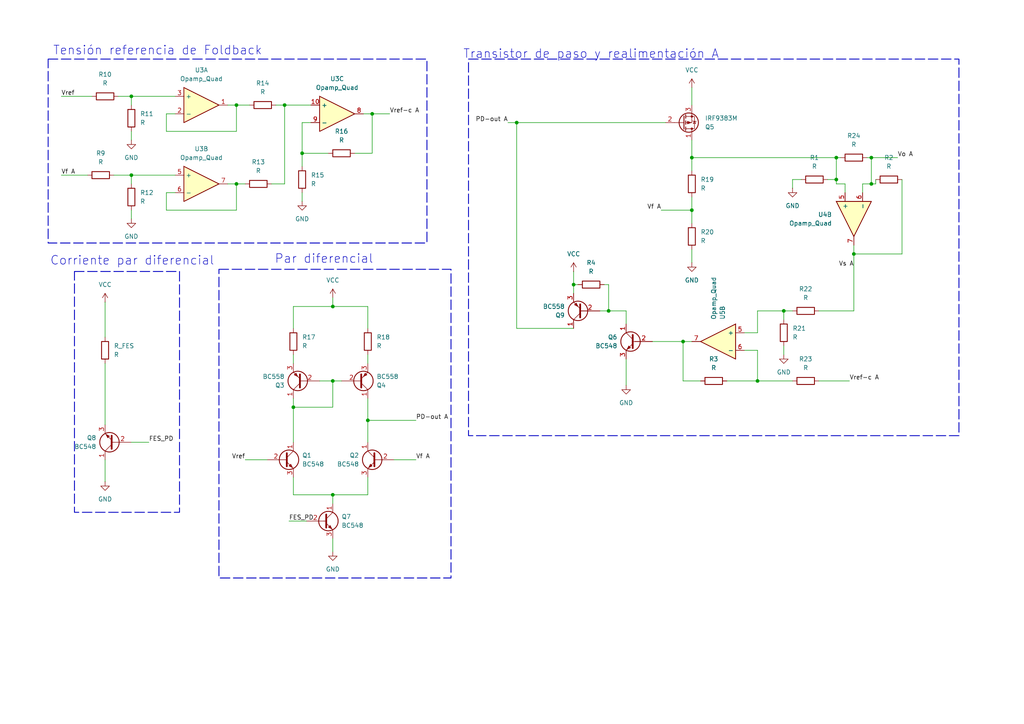
<source format=kicad_sch>
(kicad_sch (version 20231120) (generator "eeschema") (generator_version "8.0")
  (paper "A4")
  (lib_symbols
    (symbol "Device:Opamp_Quad"
      (property "Reference" "U" (at 0 5.08 0))
      (property "Value" "Opamp_Quad" (at 0 -5.08 0))
      (symbol "Opamp_Quad_1_1"
        (polyline (pts (xy -5.08 5.08) (xy 5.08 0) (xy -5.08 -5.08) (xy -5.08 5.08)) (stroke (width 0.254)) (fill (type background)))
        (pin output line (at 7.62 0 180) (length 2.54) (name "~") (number "1"))
        (pin input line (at -7.62 -2.54 0) (length 2.54) (name "-") (number "2"))
        (pin input line (at -7.62 2.54 0) (length 2.54) (name "+") (number "3"))
      )
      (symbol "Opamp_Quad_2_1"
        (polyline (pts (xy -5.08 5.08) (xy 5.08 0) (xy -5.08 -5.08) (xy -5.08 5.08)) (stroke (width 0.254)) (fill (type background)))
        (pin input line (at -7.62 2.54 0) (length 2.54) (name "+") (number "5"))
        (pin input line (at -7.62 -2.54 0) (length 2.54) (name "-") (number "6"))
        (pin output line (at 7.62 0 180) (length 2.54) (name "~") (number "7"))
      )
      (symbol "Opamp_Quad_3_1"
        (polyline (pts (xy -5.08 5.08) (xy 5.08 0) (xy -5.08 -5.08) (xy -5.08 5.08)) (stroke (width 0.254)) (fill (type background)))
        (pin input line (at -7.62 2.54 0) (length 2.54) (name "+") (number "10"))
        (pin output line (at 7.62 0 180) (length 2.54) (name "~") (number "8"))
        (pin input line (at -7.62 -2.54 0) (length 2.54) (name "-") (number "9"))
      )
      (symbol "Opamp_Quad_4_1"
        (polyline (pts (xy -5.08 5.08) (xy 5.08 0) (xy -5.08 -5.08) (xy -5.08 5.08)) (stroke (width 0.254)) (fill (type background)))
        (pin input line (at -7.62 2.54 0) (length 2.54) (name "+") (number "12"))
        (pin input line (at -7.62 -2.54 0) (length 2.54) (name "-") (number "13"))
        (pin output line (at 7.62 0 180) (length 2.54) (name "~") (number "14"))
      )
      (symbol "Opamp_Quad_5_1"
        (pin power_in line (at -2.54 -7.62 90) (length 3.81) (name "V-") (number "11"))
        (pin power_in line (at -2.54 7.62 270) (length 3.81) (name "V+") (number "4"))
      )
    )
    (symbol "Device:R" (pin_numbers hide) (pin_names (offset 0))
      (property "Reference" "R" (at 2.032 0 90))
      (property "Value" "R" (at 0 0 90))
      (symbol "R_0_1"
        (rectangle (start -1.016 -2.54) (end 1.016 2.54) (stroke (width 0.254)))
      )
      (symbol "R_1_1"
        (pin passive line (at 0 3.81 270) (length 1.27) (name "~") (number "1"))
        (pin passive line (at 0 -3.81 90) (length 1.27) (name "~") (number "2"))
      )
    )
    (symbol "Transistor_BJT:BC548" (pin_names (offset 0) hide)
      (property "Reference" "Q" (at 5.08 1.905 0))
      (property "Value" "BC548" (at 5.08 0 0))
      (symbol "BC548_0_1"
        (polyline (pts (xy 0 0) (xy 0.635 0)))
        (polyline (pts (xy 0.635 0.635) (xy 2.54 2.54)))
        (polyline (pts (xy 0.635 -0.635) (xy 2.54 -2.54) (xy 2.54 -2.54)))
        (polyline (pts (xy 0.635 1.905) (xy 0.635 -1.905) (xy 0.635 -1.905)) (stroke (width 0.508)))
        (polyline (pts (xy 1.27 -1.778) (xy 1.778 -1.27) (xy 2.286 -2.286) (xy 1.27 -1.778) (xy 1.27 -1.778)) (fill (type outline)))
        (circle (center 1.27 0) (radius 2.8194) (stroke (width 0.254)))
      )
      (symbol "BC548_1_1"
        (pin passive line (at 2.54 5.08 270) (length 2.54) (name "C") (number "1"))
        (pin input line (at -5.08 0 0) (length 5.08) (name "B") (number "2"))
        (pin passive line (at 2.54 -5.08 90) (length 2.54) (name "E") (number "3"))
      )
    )
    (symbol "Transistor_BJT:BC558" (pin_names (offset 0) hide)
      (property "Reference" "Q" (at 5.08 1.905 0))
      (property "Value" "BC558" (at 5.08 0 0))
      (symbol "BC558_0_1"
        (polyline (pts (xy 0.635 0.635) (xy 2.54 2.54)))
        (polyline (pts (xy 0.635 -0.635) (xy 2.54 -2.54) (xy 2.54 -2.54)))
        (polyline (pts (xy 0.635 1.905) (xy 0.635 -1.905) (xy 0.635 -1.905)) (stroke (width 0.508)))
        (polyline (pts (xy 2.286 -1.778) (xy 1.778 -2.286) (xy 1.27 -1.27) (xy 2.286 -1.778) (xy 2.286 -1.778)) (fill (type outline)))
        (circle (center 1.27 0) (radius 2.8194) (stroke (width 0.254)))
      )
      (symbol "BC558_1_1"
        (pin passive line (at 2.54 5.08 270) (length 2.54) (name "C") (number "1"))
        (pin input line (at -5.08 0 0) (length 5.715) (name "B") (number "2"))
        (pin passive line (at 2.54 -5.08 90) (length 2.54) (name "E") (number "3"))
      )
    )
    (symbol "Transistor_FET:IRF9383M" (pin_names hide)
      (property "Reference" "Q" (at 5.08 1.905 0))
      (property "Value" "IRF9383M" (at 5.08 0 0))
      (symbol "IRF9383M_0_1"
        (polyline (pts (xy 0.254 0) (xy -2.54 0)))
        (polyline (pts (xy 0.254 1.905) (xy 0.254 -1.905)) (stroke (width 0.254)))
        (polyline (pts (xy 0.762 -1.27) (xy 0.762 -2.286)) (stroke (width 0.254)))
        (polyline (pts (xy 0.762 0.508) (xy 0.762 -0.508)) (stroke (width 0.254)))
        (polyline (pts (xy 0.762 2.286) (xy 0.762 1.27)) (stroke (width 0.254)))
        (polyline (pts (xy 2.54 2.54) (xy 2.54 1.778)))
        (polyline (pts (xy 2.54 -2.54) (xy 2.54 0) (xy 0.762 0)))
        (polyline (pts (xy 0.762 1.778) (xy 3.302 1.778) (xy 3.302 -1.778) (xy 0.762 -1.778)))
        (polyline (pts (xy 2.286 0) (xy 1.27 0.381) (xy 1.27 -0.381) (xy 2.286 0)) (fill (type outline)))
        (polyline (pts (xy 2.794 -0.508) (xy 2.921 -0.381) (xy 3.683 -0.381) (xy 3.81 -0.254)))
        (polyline (pts (xy 3.302 -0.381) (xy 2.921 0.254) (xy 3.683 0.254) (xy 3.302 -0.381)))
        (circle (center 1.651 0) (radius 2.794) (stroke (width 0.254)))
        (circle (center 2.54 -1.778) (radius 0.254) (fill (type outline)))
        (circle (center 2.54 1.778) (radius 0.254) (fill (type outline)))
      )
      (symbol "IRF9383M_1_1"
        (pin passive line (at 2.54 5.08 270) (length 2.54) (name "D") (number "1"))
        (pin input line (at -5.08 0 0) (length 2.54) (name "G") (number "2"))
        (pin passive line (at 2.54 -5.08 90) (length 2.54) (name "S") (number "3"))
      )
    )
    (symbol "power:GND" (power) (pin_numbers hide) (pin_names (offset 0) hide)
      (property "Value" "GND" (at 0 -3.81 0))
      (symbol "GND_0_1"
        (polyline (pts (xy 0 0) (xy 0 -1.27) (xy 1.27 -1.27) (xy 0 -2.54) (xy -1.27 -1.27) (xy 0 -1.27)))
      )
      (symbol "GND_1_1"
        (pin power_in line (at 0 0 270) (length 0) (name "~") (number "1"))
      )
    )
    (symbol "power:VCC" (power) (pin_numbers hide) (pin_names (offset 0) hide)
      (property "Value" "VCC" (at 0 3.556 0))
      (symbol "VCC_0_1"
        (polyline (pts (xy -0.762 1.27) (xy 0 2.54)))
        (polyline (pts (xy 0 0) (xy 0 2.54)))
        (polyline (pts (xy 0 2.54) (xy 0.762 1.27)))
      )
      (symbol "VCC_1_1"
        (pin power_in line (at 0 0 90) (length 0) (name "~") (number "1"))
      )
    )
  )
  (junction (at 149.86 35.56))
  (junction (at 85.09 118.11))
  (junction (at 96.52 88.9))
  (junction (at 82.55 30.48))
  (junction (at 200.66 45.72))
  (junction (at 198.12 99.06))
  (junction (at 166.37 82.55))
  (junction (at 176.53 90.17))
  (junction (at 68.58 30.48))
  (junction (at 107.95 33.02))
  (junction (at 106.68 121.92))
  (junction (at 252.73 45.72))
  (junction (at 68.58 53.34))
  (junction (at 252.73 53.34))
  (junction (at 96.52 110.49))
  (junction (at 87.63 44.45))
  (junction (at 242.57 45.72))
  (junction (at 242.57 52.07))
  (junction (at 38.1 27.94))
  (junction (at 200.66 60.96))
  (junction (at 219.71 110.49))
  (junction (at 227.33 90.17))
  (junction (at 247.65 73.66))
  (junction (at 96.52 143.51))
  (junction (at 38.1 50.8))
  (wire (pts (xy 247.65 71.12) (xy 247.65 73.66)))
  (wire (pts (xy 48.26 33.02) (xy 48.26 38.1)))
  (wire (pts (xy 102.87 44.45) (xy 107.95 44.45)))
  (wire (pts (xy 227.33 90.17) (xy 229.87 90.17)))
  (wire (pts (xy 48.26 38.1) (xy 68.58 38.1)))
  (wire (pts (xy 107.95 33.02) (xy 105.41 33.02)))
  (wire (pts (xy 85.09 118.11) (xy 85.09 128.27)))
  (wire (pts (xy 149.86 35.56) (xy 149.86 95.25)))
  (wire (pts (xy 166.37 78.74) (xy 166.37 82.55)))
  (wire (pts (xy 107.95 44.45) (xy 107.95 33.02)))
  (wire (pts (xy 200.66 60.96) (xy 200.66 64.77)))
  (wire (pts (xy 85.09 143.51) (xy 96.52 143.51)))
  (wire (pts (xy 96.52 86.36) (xy 96.52 88.9)))
  (wire (pts (xy 38.1 38.1) (xy 38.1 40.64)))
  (wire (pts (xy 240.03 52.07) (xy 242.57 52.07)))
  (wire (pts (xy 68.58 53.34) (xy 71.12 53.34)))
  (wire (pts (xy 71.12 133.35) (xy 77.47 133.35)))
  (wire (pts (xy 96.52 110.49) (xy 99.06 110.49)))
  (wire (pts (xy 176.53 90.17) (xy 181.61 90.17)))
  (wire (pts (xy 82.55 53.34) (xy 82.55 30.48)))
  (wire (pts (xy 181.61 93.98) (xy 181.61 90.17)))
  (wire (pts (xy 48.26 55.88) (xy 48.26 60.96)))
  (wire (pts (xy 30.48 105.41) (xy 30.48 123.19)))
  (wire (pts (xy 85.09 115.57) (xy 85.09 118.11)))
  (wire (pts (xy 219.71 110.49) (xy 219.71 101.6)))
  (wire (pts (xy 87.63 44.45) (xy 95.25 44.45)))
  (wire (pts (xy 78.74 53.34) (xy 82.55 53.34)))
  (wire (pts (xy 83.82 151.13) (xy 88.9 151.13)))
  (wire (pts (xy 85.09 88.9) (xy 85.09 95.25)))
  (wire (pts (xy 229.87 110.49) (xy 219.71 110.49)))
  (wire (pts (xy 147.32 35.56) (xy 149.86 35.56)))
  (wire (pts (xy 17.78 50.8) (xy 25.4 50.8)))
  (wire (pts (xy 87.63 35.56) (xy 87.63 44.45)))
  (wire (pts (xy 176.53 82.55) (xy 175.26 82.55)))
  (wire (pts (xy 189.23 99.06) (xy 198.12 99.06)))
  (wire (pts (xy 106.68 88.9) (xy 106.68 95.25)))
  (wire (pts (xy 229.87 54.61) (xy 229.87 52.07)))
  (wire (pts (xy 227.33 90.17) (xy 219.71 90.17)))
  (wire (pts (xy 149.86 35.56) (xy 193.04 35.56)))
  (wire (pts (xy 96.52 143.51) (xy 106.68 143.51)))
  (wire (pts (xy 38.1 53.34) (xy 38.1 50.8)))
  (wire (pts (xy 251.46 45.72) (xy 252.73 45.72)))
  (wire (pts (xy 252.73 53.34) (xy 254 53.34)))
  (wire (pts (xy 106.68 102.87) (xy 106.68 105.41)))
  (wire (pts (xy 87.63 35.56) (xy 90.17 35.56)))
  (wire (pts (xy 106.68 143.51) (xy 106.68 138.43)))
  (wire (pts (xy 229.87 52.07) (xy 232.41 52.07)))
  (wire (pts (xy 66.04 53.34) (xy 68.58 53.34)))
  (wire (pts (xy 166.37 95.25) (xy 149.86 95.25)))
  (wire (pts (xy 252.73 53.34) (xy 250.19 53.34)))
  (wire (pts (xy 219.71 90.17) (xy 219.71 96.52)))
  (wire (pts (xy 106.68 121.92) (xy 106.68 128.27)))
  (wire (pts (xy 261.62 73.66) (xy 247.65 73.66)))
  (wire (pts (xy 252.73 45.72) (xy 252.73 53.34)))
  (wire (pts (xy 90.17 30.48) (xy 82.55 30.48)))
  (wire (pts (xy 200.66 45.72) (xy 242.57 45.72)))
  (wire (pts (xy 245.11 55.88) (xy 245.11 53.34)))
  (wire (pts (xy 227.33 100.33) (xy 227.33 102.87)))
  (wire (pts (xy 68.58 60.96) (xy 68.58 53.34)))
  (wire (pts (xy 96.52 143.51) (xy 96.52 146.05)))
  (wire (pts (xy 203.2 110.49) (xy 198.12 110.49)))
  (wire (pts (xy 237.49 90.17) (xy 247.65 90.17)))
  (wire (pts (xy 198.12 110.49) (xy 198.12 99.06)))
  (wire (pts (xy 176.53 90.17) (xy 176.53 82.55)))
  (wire (pts (xy 198.12 99.06) (xy 200.66 99.06)))
  (wire (pts (xy 96.52 118.11) (xy 85.09 118.11)))
  (wire (pts (xy 200.66 57.15) (xy 200.66 60.96)))
  (wire (pts (xy 200.66 25.4) (xy 200.66 30.48)))
  (wire (pts (xy 245.11 53.34) (xy 242.57 53.34)))
  (wire (pts (xy 107.95 33.02) (xy 113.03 33.02)))
  (wire (pts (xy 166.37 82.55) (xy 167.64 82.55)))
  (wire (pts (xy 227.33 92.71) (xy 227.33 90.17)))
  (wire (pts (xy 85.09 138.43) (xy 85.09 143.51)))
  (wire (pts (xy 48.26 60.96) (xy 68.58 60.96)))
  (wire (pts (xy 87.63 55.88) (xy 87.63 58.42)))
  (wire (pts (xy 50.8 55.88) (xy 48.26 55.88)))
  (wire (pts (xy 215.9 96.52) (xy 219.71 96.52)))
  (wire (pts (xy 242.57 52.07) (xy 242.57 45.72)))
  (wire (pts (xy 17.78 27.94) (xy 26.67 27.94)))
  (wire (pts (xy 219.71 101.6) (xy 215.9 101.6)))
  (wire (pts (xy 242.57 45.72) (xy 243.84 45.72)))
  (wire (pts (xy 106.68 121.92) (xy 120.65 121.92)))
  (wire (pts (xy 96.52 88.9) (xy 85.09 88.9)))
  (wire (pts (xy 33.02 50.8) (xy 38.1 50.8)))
  (wire (pts (xy 200.66 72.39) (xy 200.66 76.2)))
  (wire (pts (xy 200.66 45.72) (xy 200.66 49.53)))
  (wire (pts (xy 87.63 44.45) (xy 87.63 48.26)))
  (wire (pts (xy 38.1 27.94) (xy 50.8 27.94)))
  (wire (pts (xy 80.01 30.48) (xy 82.55 30.48)))
  (wire (pts (xy 200.66 40.64) (xy 200.66 45.72)))
  (wire (pts (xy 166.37 82.55) (xy 166.37 85.09)))
  (wire (pts (xy 38.1 128.27) (xy 43.18 128.27)))
  (wire (pts (xy 173.99 90.17) (xy 176.53 90.17)))
  (wire (pts (xy 68.58 38.1) (xy 68.58 30.48)))
  (wire (pts (xy 252.73 45.72) (xy 260.35 45.72)))
  (wire (pts (xy 34.29 27.94) (xy 38.1 27.94)))
  (wire (pts (xy 250.19 53.34) (xy 250.19 55.88)))
  (wire (pts (xy 181.61 104.14) (xy 181.61 111.76)))
  (wire (pts (xy 242.57 53.34) (xy 242.57 52.07)))
  (wire (pts (xy 85.09 102.87) (xy 85.09 105.41)))
  (wire (pts (xy 106.68 115.57) (xy 106.68 121.92)))
  (wire (pts (xy 66.04 30.48) (xy 68.58 30.48)))
  (wire (pts (xy 210.82 110.49) (xy 219.71 110.49)))
  (wire (pts (xy 261.62 52.07) (xy 261.62 73.66)))
  (wire (pts (xy 191.77 60.96) (xy 200.66 60.96)))
  (wire (pts (xy 68.58 30.48) (xy 72.39 30.48)))
  (wire (pts (xy 96.52 110.49) (xy 96.52 118.11)))
  (wire (pts (xy 254 53.34) (xy 254 52.07)))
  (wire (pts (xy 30.48 87.63) (xy 30.48 97.79)))
  (wire (pts (xy 120.65 133.35) (xy 114.3 133.35)))
  (wire (pts (xy 96.52 88.9) (xy 106.68 88.9)))
  (wire (pts (xy 96.52 156.21) (xy 96.52 160.02)))
  (wire (pts (xy 237.49 110.49) (xy 246.38 110.49)))
  (wire (pts (xy 38.1 30.48) (xy 38.1 27.94)))
  (wire (pts (xy 38.1 50.8) (xy 50.8 50.8)))
  (wire (pts (xy 92.71 110.49) (xy 96.52 110.49)))
  (wire (pts (xy 38.1 60.96) (xy 38.1 63.5)))
  (wire (pts (xy 247.65 73.66) (xy 247.65 90.17)))
  (wire (pts (xy 50.8 33.02) (xy 48.26 33.02)))
  (wire (pts (xy 30.48 133.35) (xy 30.48 139.7)))
  (rectangle (start 135.89 17.145) (end 278.13 126.365) (stroke (width 0.254) (type dash)))
  (rectangle (start 21.59 78.74) (end 52.07 148.59) (stroke (width 0.254) (type dash)))
  (rectangle (start 63.5 78.105) (end 130.81 167.64) (stroke (width 0.254) (type dash)))
  (rectangle (start 13.97 17.145) (end 123.825 70.485) (stroke (width 0.254) (type dash)))
  (text "Par diferencial" (at 93.98 75.184 0) (effects (font (size 2.54 2.54))))
  (text "Transistor de paso y realimentación A" (at 171.45 15.748 0) (effects (font (size 2.54 2.54))))
  (text "Corriente par diferencial" (at 38.354 75.692 0) (effects (font (size 2.54 2.54))))
  (text "Tensión referencia de Foldback" (at 45.72 14.732 0) (effects (font (size 2.54 2.54))))
  (label "FES_PD" (at 43.18 128.27 0))
  (label "Vref" (at 71.12 133.35 180))
  (label "Vf A" (at 120.65 133.35 0))
  (label "FES_PD" (at 83.82 151.13 0))
  (label "Vref-c A" (at 113.03 33.02 0))
  (label "Vs A" (at 247.65 77.47 180))
  (label "Vo A" (at 260.35 45.72 0))
  (label "Vref" (at 17.78 27.94 0))
  (label "PD-out A" (at 120.65 121.92 0))
  (label "PD-out A" (at 147.32 35.56 180))
  (label "Vf A" (at 17.78 50.8 0))
  (label "Vf A" (at 191.77 60.96 180))
  (label "Vref-c A" (at 246.38 110.49 0))
  (symbol (lib_id "Device:R") (at 29.21 50.8 90) (unit 1)
    (property "Reference" "R9" (at 29.21 44.45 90))
    (property "Value" "R" (at 29.21 46.99 90))
    (property "Description" "Resistor" (effects (hide yes)))
  )
  (symbol (lib_id "power:VCC") (at 200.66 25.4 0) (unit 1)
    (property "Reference" "#PWR09" (effects (hide yes)))
    (property "Value" "VCC" (at 200.66 20.32 0))
    (property "Description" "Power symbol creates a global label with name \"VCC\"" (effects (hide yes)))
  )
  (symbol (lib_id "Transistor_BJT:BC548") (at 82.55 133.35 0) (unit 1)
    (property "Reference" "Q1" (at 87.63 132.0799 0) (effects (justify left)))
    (property "Value" "BC548" (at 87.63 134.6199 0) (effects (justify left)))
    (property "Footprint" "Package_TO_SOT_THT:TO-92_Inline" (effects (hide yes)))
    (property "Datasheet" "https://www.onsemi.com/pub/Collateral/BC550-D.pdf" (effects (hide yes)))
    (property "Description" "0.1A Ic, 30V Vce, Small Signal NPN Transistor, TO-92" (effects (hide yes)))
  )
  (symbol (lib_id "Device:Opamp_Quad") (at 58.42 53.34 0) (unit 2)
    (property "Reference" "U3" (at 58.42 43.18 0))
    (property "Value" "Opamp_Quad" (at 58.42 45.72 0))
    (property "Description" "Quad operational amplifier" (effects (hide yes)))
    (property "Sim.Library" "${KICAD7_SYMBOL_DIR}/Simulation_SPICE.sp" (effects (hide yes)))
    (property "Sim.Name" "kicad_builtin_opamp_quad" (effects (hide yes)))
    (property "Sim.Device" "SUBCKT" (effects (hide yes)))
    (property "Sim.Pins" "1=out1 2=in1- 3=in1+ 4=vcc 5=in2+ 6=in2- 7=out2 8=out3 9=in3- 10=in3+ 11=vee 12=in4+ 13=in4- 14=out4" (effects (hide yes)))
  )
  (symbol (lib_id "Device:R") (at 76.2 30.48 90) (unit 1)
    (property "Reference" "R14" (at 76.2 24.13 90))
    (property "Value" "R" (at 76.2 26.67 90))
    (property "Description" "Resistor" (effects (hide yes)))
  )
  (symbol (lib_id "power:GND") (at 87.63 58.42 0) (unit 1)
    (property "Reference" "#PWR06" (effects (hide yes)))
    (property "Value" "GND" (at 87.63 63.5 0))
    (property "Description" "Power symbol creates a global label with name \"GND\" , ground" (effects (hide yes)))
  )
  (symbol (lib_id "power:GND") (at 30.48 139.7 0) (unit 1)
    (property "Reference" "#PWR02" (effects (hide yes)))
    (property "Value" "GND" (at 30.48 144.78 0))
    (property "Description" "Power symbol creates a global label with name \"GND\" , ground" (effects (hide yes)))
  )
  (symbol (lib_id "power:GND") (at 229.87 54.61 0) (unit 1)
    (property "Reference" "#PWR03" (effects (hide yes)))
    (property "Value" "GND" (at 229.87 59.69 0))
    (property "Description" "Power symbol creates a global label with name \"GND\" , ground" (effects (hide yes)))
  )
  (symbol (lib_id "Transistor_BJT:BC548") (at 93.98 151.13 0) (unit 1)
    (property "Reference" "Q7" (at 99.06 149.8599 0) (effects (justify left)))
    (property "Value" "BC548" (at 99.06 152.3999 0) (effects (justify left)))
    (property "Footprint" "Package_TO_SOT_THT:TO-92_Inline" (effects (hide yes)))
    (property "Datasheet" "https://www.onsemi.com/pub/Collateral/BC550-D.pdf" (effects (hide yes)))
    (property "Description" "0.1A Ic, 30V Vce, Small Signal NPN Transistor, TO-92" (effects (hide yes)))
  )
  (symbol (lib_id "Device:R") (at 106.68 99.06 180) (unit 1)
    (property "Reference" "R18" (at 109.22 97.7899 0) (effects (justify right)))
    (property "Value" "R" (at 109.22 100.3299 0) (effects (justify right)))
    (property "Description" "Resistor" (effects (hide yes)))
  )
  (symbol (lib_id "Transistor_BJT:BC548") (at 109.22 133.35 0) (mirror y) (unit 1)
    (property "Reference" "Q2" (at 104.14 132.0799 0) (effects (justify left)))
    (property "Value" "BC548" (at 104.14 134.6199 0) (effects (justify left)))
    (property "Footprint" "Package_TO_SOT_THT:TO-92_Inline" (effects (hide yes)))
    (property "Datasheet" "https://www.onsemi.com/pub/Collateral/BC550-D.pdf" (effects (hide yes)))
    (property "Description" "0.1A Ic, 30V Vce, Small Signal NPN Transistor, TO-92" (effects (hide yes)))
  )
  (symbol (lib_id "power:GND") (at 38.1 40.64 0) (unit 1)
    (property "Reference" "#PWR04" (effects (hide yes)))
    (property "Value" "GND" (at 38.1 45.72 0))
    (property "Description" "Power symbol creates a global label with name \"GND\" , ground" (effects (hide yes)))
  )
  (symbol (lib_id "Device:R") (at 85.09 99.06 180) (unit 1)
    (property "Reference" "R17" (at 87.63 97.7899 0) (effects (justify right)))
    (property "Value" "R" (at 87.63 100.3299 0) (effects (justify right)))
    (property "Description" "Resistor" (effects (hide yes)))
  )
  (symbol (lib_id "power:GND") (at 181.61 111.76 0) (unit 1)
    (property "Reference" "#PWR012" (effects (hide yes)))
    (property "Value" "GND" (at 181.61 116.84 0))
    (property "Description" "Power symbol creates a global label with name \"GND\" , ground" (effects (hide yes)))
  )
  (symbol (lib_id "power:GND") (at 38.1 63.5 0) (unit 1)
    (property "Reference" "#PWR05" (effects (hide yes)))
    (property "Value" "GND" (at 38.1 68.58 0))
    (property "Description" "Power symbol creates a global label with name \"GND\" , ground" (effects (hide yes)))
  )
  (symbol (lib_id "Device:R") (at 247.65 45.72 270) (unit 1)
    (property "Reference" "R24" (at 247.65 39.37 90))
    (property "Value" "R" (at 247.65 41.91 90))
    (property "Description" "Resistor" (effects (hide yes)))
  )
  (symbol (lib_id "power:VCC") (at 30.48 87.63 0) (unit 1)
    (property "Reference" "#PWR01" (effects (hide yes)))
    (property "Value" "VCC" (at 30.48 82.55 0))
    (property "Description" "Power symbol creates a global label with name \"VCC\"" (effects (hide yes)))
  )
  (symbol (lib_id "Device:R") (at 200.66 68.58 180) (unit 1)
    (property "Reference" "R20" (at 203.2 67.3099 0) (effects (justify right)))
    (property "Value" "R" (at 203.2 69.8499 0) (effects (justify right)))
    (property "Description" "Resistor" (effects (hide yes)))
  )
  (symbol (lib_id "Transistor_FET:IRF9383M") (at 198.12 35.56 0) (mirror x) (unit 1)
    (property "Reference" "Q5" (at 204.47 36.8301 0) (effects (justify left)))
    (property "Value" "IRF9383M" (at 204.47 34.2901 0) (effects (justify left)))
    (property "Footprint" "Package_DirectFET:DirectFET_MX" (effects (hide yes)))
    (property "Datasheet" "https://www.infineon.com/dgdl/irf9383mpbf.pdf?fileId=5546d462533600a40153561169a11dab" (effects (hide yes)))
    (property "Description" "-22A Id, -30V Vds, 2.9mOhm Rds, P-Channel MOSFET, DirectFET MX" (effects (hide yes)))
  )
  (symbol (lib_id "Transistor_BJT:BC558") (at 87.63 110.49 180) (unit 1)
    (property "Reference" "Q3" (at 82.55 111.7601 0) (effects (justify left)))
    (property "Value" "BC558" (at 82.55 109.2201 0) (effects (justify left)))
    (property "Footprint" "Package_TO_SOT_THT:TO-92_Inline" (effects (hide yes)))
    (property "Datasheet" "https://www.onsemi.com/pub/Collateral/BC556BTA-D.pdf" (effects (hide yes)))
    (property "Description" "0.1A Ic, 30V Vce, PNP Small Signal Transistor, TO-92" (effects (hide yes)))
  )
  (symbol (lib_id "Transistor_BJT:BC558") (at 104.14 110.49 0) (mirror x) (unit 1)
    (property "Reference" "Q4" (at 109.22 111.7601 0) (effects (justify left)))
    (property "Value" "BC558" (at 109.22 109.2201 0) (effects (justify left)))
    (property "Footprint" "Package_TO_SOT_THT:TO-92_Inline" (effects (hide yes)))
    (property "Datasheet" "https://www.onsemi.com/pub/Collateral/BC556BTA-D.pdf" (effects (hide yes)))
    (property "Description" "0.1A Ic, 30V Vce, PNP Small Signal Transistor, TO-92" (effects (hide yes)))
  )
  (symbol (lib_id "Transistor_BJT:BC548") (at 184.15 99.06 0) (mirror y) (unit 1)
    (property "Reference" "Q6" (at 179.07 97.7899 0) (effects (justify left)))
    (property "Value" "BC548" (at 179.07 100.3299 0) (effects (justify left)))
    (property "Footprint" "Package_TO_SOT_THT:TO-92_Inline" (effects (hide yes)))
    (property "Datasheet" "https://www.onsemi.com/pub/Collateral/BC550-D.pdf" (effects (hide yes)))
    (property "Description" "0.1A Ic, 30V Vce, Small Signal NPN Transistor, TO-92" (effects (hide yes)))
  )
  (symbol (lib_id "Device:R") (at 171.45 82.55 270) (unit 1)
    (property "Reference" "R4" (at 171.45 76.2 90))
    (property "Value" "R" (at 171.45 78.74 90))
    (property "Description" "Resistor" (effects (hide yes)))
  )
  (symbol (lib_id "power:VCC") (at 166.37 78.74 0) (unit 1)
    (property "Reference" "#PWR013" (effects (hide yes)))
    (property "Value" "VCC" (at 166.37 73.66 0))
    (property "Description" "Power symbol creates a global label with name \"VCC\"" (effects (hide yes)))
  )
  (symbol (lib_id "Device:Opamp_Quad") (at 58.42 30.48 0) (unit 1)
    (property "Reference" "U3" (at 58.42 20.32 0))
    (property "Value" "Opamp_Quad" (at 58.42 22.86 0))
    (property "Description" "Quad operational amplifier" (effects (hide yes)))
    (property "Sim.Library" "${KICAD7_SYMBOL_DIR}/Simulation_SPICE.sp" (effects (hide yes)))
    (property "Sim.Name" "kicad_builtin_opamp_quad" (effects (hide yes)))
    (property "Sim.Device" "SUBCKT" (effects (hide yes)))
    (property "Sim.Pins" "1=out1 2=in1- 3=in1+ 4=vcc 5=in2+ 6=in2- 7=out2 8=out3 9=in3- 10=in3+ 11=vee 12=in4+ 13=in4- 14=out4" (effects (hide yes)))
  )
  (symbol (lib_id "Device:R") (at 30.48 101.6 180) (unit 1)
    (property "Reference" "R_FES" (at 33.02 100.3299 0) (effects (justify right)))
    (property "Value" "R" (at 33.02 102.8699 0) (effects (justify right)))
    (property "Description" "Resistor" (effects (hide yes)))
  )
  (symbol (lib_id "Device:R") (at 87.63 52.07 180) (unit 1)
    (property "Reference" "R15" (at 90.17 50.7999 0) (effects (justify right)))
    (property "Value" "R" (at 90.17 53.3399 0) (effects (justify right)))
    (property "Description" "Resistor" (effects (hide yes)))
  )
  (symbol (lib_id "power:GND") (at 96.52 160.02 0) (unit 1)
    (property "Reference" "#PWR08" (effects (hide yes)))
    (property "Value" "GND" (at 96.52 165.1 0))
    (property "Description" "Power symbol creates a global label with name \"GND\" , ground" (effects (hide yes)))
  )
  (symbol (lib_id "Device:R") (at 74.93 53.34 90) (unit 1)
    (property "Reference" "R13" (at 74.93 46.99 90))
    (property "Value" "R" (at 74.93 49.53 90))
    (property "Description" "Resistor" (effects (hide yes)))
  )
  (symbol (lib_id "power:VCC") (at 96.52 86.36 0) (unit 1)
    (property "Reference" "#PWR07" (effects (hide yes)))
    (property "Value" "VCC" (at 96.52 81.28 0))
    (property "Description" "Power symbol creates a global label with name \"VCC\"" (effects (hide yes)))
  )
  (symbol (lib_id "Device:R") (at 207.01 110.49 270) (unit 1)
    (property "Reference" "R3" (at 207.01 104.14 90))
    (property "Value" "R" (at 207.01 106.68 90))
    (property "Description" "Resistor" (effects (hide yes)))
  )
  (symbol (lib_id "Device:R") (at 99.06 44.45 90) (unit 1)
    (property "Reference" "R16" (at 99.06 38.1 90))
    (property "Value" "R" (at 99.06 40.64 90))
    (property "Description" "Resistor" (effects (hide yes)))
  )
  (symbol (lib_id "power:GND") (at 200.66 76.2 0) (unit 1)
    (property "Reference" "#PWR010" (effects (hide yes)))
    (property "Value" "GND" (at 200.66 81.28 0))
    (property "Description" "Power symbol creates a global label with name \"GND\" , ground" (effects (hide yes)))
  )
  (symbol (lib_id "power:GND") (at 227.33 102.87 0) (unit 1)
    (property "Reference" "#PWR011" (effects (hide yes)))
    (property "Value" "GND" (at 227.33 107.95 0))
    (property "Description" "Power symbol creates a global label with name \"GND\" , ground" (effects (hide yes)))
  )
  (symbol (lib_id "Device:Opamp_Quad") (at 247.65 63.5 90) (mirror x) (unit 2)
    (property "Reference" "U4" (at 241.3 62.2299 90) (effects (justify left)))
    (property "Value" "Opamp_Quad" (at 241.3 64.7699 90) (effects (justify left)))
    (property "Description" "Quad operational amplifier" (effects (hide yes)))
    (property "Sim.Library" "${KICAD7_SYMBOL_DIR}/Simulation_SPICE.sp" (effects (hide yes)))
    (property "Sim.Name" "kicad_builtin_opamp_quad" (effects (hide yes)))
    (property "Sim.Device" "SUBCKT" (effects (hide yes)))
    (property "Sim.Pins" "1=out1 2=in1- 3=in1+ 4=vcc 5=in2+ 6=in2- 7=out2 8=out3 9=in3- 10=in3+ 11=vee 12=in4+ 13=in4- 14=out4" (effects (hide yes)))
  )
  (symbol (lib_id "Device:R") (at 200.66 53.34 180) (unit 1)
    (property "Reference" "R19" (at 203.2 52.0699 0) (effects (justify right)))
    (property "Value" "R" (at 203.2 54.6099 0) (effects (justify right)))
    (property "Description" "Resistor" (effects (hide yes)))
  )
  (symbol (lib_id "Transistor_BJT:BC558") (at 168.91 90.17 180) (unit 1)
    (property "Reference" "Q9" (at 163.83 91.4401 0) (effects (justify left)))
    (property "Value" "BC558" (at 163.83 88.9001 0) (effects (justify left)))
    (property "Footprint" "Package_TO_SOT_THT:TO-92_Inline" (effects (hide yes)))
    (property "Datasheet" "https://www.onsemi.com/pub/Collateral/BC556BTA-D.pdf" (effects (hide yes)))
    (property "Description" "0.1A Ic, 30V Vce, PNP Small Signal Transistor, TO-92" (effects (hide yes)))
  )
  (symbol (lib_id "Device:R") (at 38.1 57.15 180) (unit 1)
    (property "Reference" "R12" (at 40.64 55.8799 0) (effects (justify right)))
    (property "Value" "R" (at 40.64 58.4199 0) (effects (justify right)))
    (property "Description" "Resistor" (effects (hide yes)))
  )
  (symbol (lib_id "Device:R") (at 227.33 96.52 0) (unit 1)
    (property "Reference" "R21" (at 229.87 95.2499 0) (effects (justify left)))
    (property "Value" "R" (at 229.87 97.7899 0) (effects (justify left)))
    (property "Description" "Resistor" (effects (hide yes)))
  )
  (symbol (lib_id "Device:R") (at 233.68 90.17 270) (unit 1)
    (property "Reference" "R22" (at 233.68 83.82 90))
    (property "Value" "R" (at 233.68 86.36 90))
    (property "Description" "Resistor" (effects (hide yes)))
  )
  (symbol (lib_id "Device:Opamp_Quad") (at 97.79 33.02 0) (unit 3)
    (property "Reference" "U3" (at 97.79 22.86 0))
    (property "Value" "Opamp_Quad" (at 97.79 25.4 0))
    (property "Description" "Quad operational amplifier" (effects (hide yes)))
    (property "Sim.Library" "${KICAD7_SYMBOL_DIR}/Simulation_SPICE.sp" (effects (hide yes)))
    (property "Sim.Name" "kicad_builtin_opamp_quad" (effects (hide yes)))
    (property "Sim.Device" "SUBCKT" (effects (hide yes)))
    (property "Sim.Pins" "1=out1 2=in1- 3=in1+ 4=vcc 5=in2+ 6=in2- 7=out2 8=out3 9=in3- 10=in3+ 11=vee 12=in4+ 13=in4- 14=out4" (effects (hide yes)))
  )
  (symbol (lib_id "Transistor_BJT:BC548") (at 33.02 128.27 180) (unit 1)
    (property "Reference" "Q8" (at 27.94 126.9999 0) (effects (justify left)))
    (property "Value" "BC548" (at 27.94 129.5399 0) (effects (justify left)))
    (property "Footprint" "Package_TO_SOT_THT:TO-92_Inline" (effects (hide yes)))
    (property "Datasheet" "https://www.onsemi.com/pub/Collateral/BC550-D.pdf" (effects (hide yes)))
    (property "Description" "0.1A Ic, 30V Vce, Small Signal NPN Transistor, TO-92" (effects (hide yes)))
  )
  (symbol (lib_id "Device:R") (at 257.81 52.07 270) (unit 1)
    (property "Reference" "R2" (at 257.81 45.72 90))
    (property "Value" "R" (at 257.81 48.26 90))
    (property "Description" "Resistor" (effects (hide yes)))
  )
  (symbol (lib_id "Device:R") (at 30.48 27.94 90) (unit 1)
    (property "Reference" "R10" (at 30.48 21.59 90))
    (property "Value" "R" (at 30.48 24.13 90))
    (property "Description" "Resistor" (effects (hide yes)))
  )
  (symbol (lib_id "Device:R") (at 38.1 34.29 180) (unit 1)
    (property "Reference" "R11" (at 40.64 33.0199 0) (effects (justify right)))
    (property "Value" "R" (at 40.64 35.5599 0) (effects (justify right)))
    (property "Description" "Resistor" (effects (hide yes)))
  )
  (symbol (lib_id "Device:R") (at 236.22 52.07 270) (unit 1)
    (property "Reference" "R1" (at 236.22 45.72 90))
    (property "Value" "R" (at 236.22 48.26 90))
    (property "Description" "Resistor" (effects (hide yes)))
  )
  (symbol (lib_id "Device:Opamp_Quad") (at 208.28 99.06 0) (mirror y) (unit 2)
    (property "Reference" "U5" (at 209.5501 92.71 90) (effects (justify left)))
    (property "Value" "Opamp_Quad" (at 207.0101 92.71 90) (effects (justify left)))
    (property "Description" "Quad operational amplifier" (effects (hide yes)))
    (property "Sim.Library" "${KICAD7_SYMBOL_DIR}/Simulation_SPICE.sp" (effects (hide yes)))
    (property "Sim.Name" "kicad_builtin_opamp_quad" (effects (hide yes)))
    (property "Sim.Device" "SUBCKT" (effects (hide yes)))
    (property "Sim.Pins" "1=out1 2=in1- 3=in1+ 4=vcc 5=in2+ 6=in2- 7=out2 8=out3 9=in3- 10=in3+ 11=vee 12=in4+ 13=in4- 14=out4" (effects (hide yes)))
  )
  (symbol (lib_id "Device:R") (at 233.68 110.49 270) (unit 1)
    (property "Reference" "R23" (at 233.68 104.14 90))
    (property "Value" "R" (at 233.68 106.68 90))
    (property "Description" "Resistor" (effects (hide yes)))
  )
)
</source>
